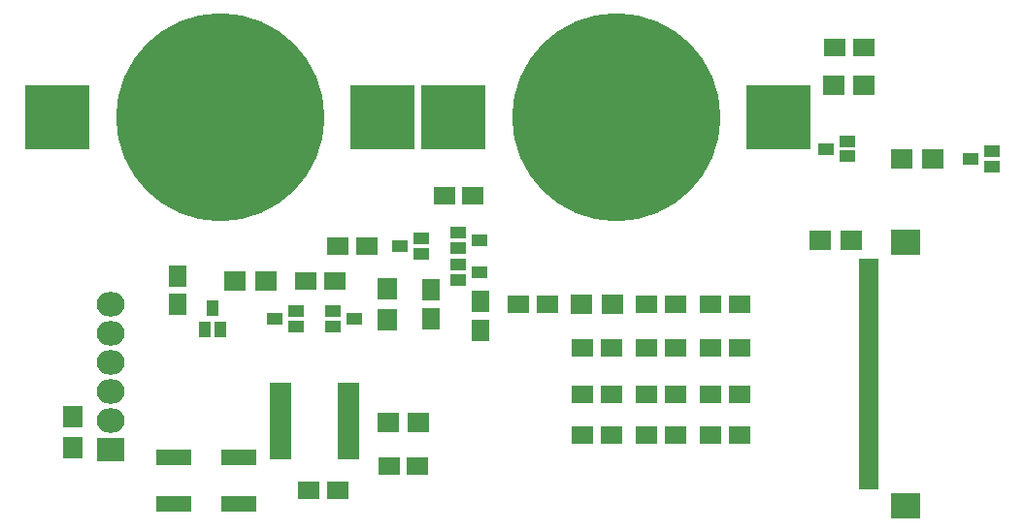
<source format=gts>
G04 #@! TF.FileFunction,Soldermask,Top*
%FSLAX46Y46*%
G04 Gerber Fmt 4.6, Leading zero omitted, Abs format (unit mm)*
G04 Created by KiCad (PCBNEW 4.0.2+e4-6225~38~ubuntu15.10.1-stable) date Fri 13 May 2016 03:38:29 PM MDT*
%MOMM*%
G01*
G04 APERTURE LIST*
%ADD10C,0.100000*%
%ADD11R,1.400760X0.999440*%
%ADD12R,2.600000X2.200000*%
%ADD13R,1.700000X0.700000*%
%ADD14R,1.900000X1.650000*%
%ADD15R,1.650000X1.900000*%
%ADD16R,2.432000X2.127200*%
%ADD17O,2.432000X2.127200*%
%ADD18R,0.999440X1.400760*%
%ADD19R,1.900000X1.700000*%
%ADD20R,1.700000X1.900000*%
%ADD21R,3.150000X1.400000*%
%ADD22R,1.850000X0.850000*%
%ADD23R,5.700000X5.700000*%
%ADD24C,18.180000*%
G04 APERTURE END LIST*
D10*
D11*
X62169040Y-53355240D03*
X62169040Y-52054760D03*
X64068960Y-52705000D03*
D12*
X101247000Y-52893000D03*
D13*
X97997000Y-73143000D03*
X97997000Y-73643000D03*
X97997000Y-74143000D03*
X97997000Y-72643000D03*
X97997000Y-72143000D03*
X97997000Y-71643000D03*
X97997000Y-71143000D03*
X97997000Y-70643000D03*
X97997000Y-70143000D03*
X97997000Y-69643000D03*
X97997000Y-69143000D03*
X97997000Y-68643000D03*
X97997000Y-68143000D03*
X97997000Y-67643000D03*
X97997000Y-67143000D03*
X97997000Y-66643000D03*
X97997000Y-66143000D03*
X97997000Y-65643000D03*
X97997000Y-65143000D03*
X97997000Y-64643000D03*
X97997000Y-64143000D03*
X97997000Y-63643000D03*
X97997000Y-63143000D03*
X97997000Y-62643000D03*
X97997000Y-62143000D03*
X97997000Y-61643000D03*
X97997000Y-61143000D03*
X97997000Y-60643000D03*
X97997000Y-60143000D03*
X97997000Y-59643000D03*
X97997000Y-59143000D03*
X97997000Y-58643000D03*
X97997000Y-58143000D03*
X97997000Y-57643000D03*
X97997000Y-57143000D03*
X97997000Y-56643000D03*
X97997000Y-56143000D03*
X97997000Y-55643000D03*
X97997000Y-55143000D03*
X97997000Y-54643000D03*
D12*
X101247000Y-75893000D03*
D14*
X51415000Y-56261000D03*
X48915000Y-56261000D03*
X54209000Y-53213000D03*
X51709000Y-53213000D03*
D15*
X59817000Y-57043000D03*
X59817000Y-59543000D03*
D14*
X95036000Y-35814000D03*
X97536000Y-35814000D03*
X75545000Y-66167000D03*
X73045000Y-66167000D03*
X86721000Y-62103000D03*
X84221000Y-62103000D03*
X81133000Y-66167000D03*
X78633000Y-66167000D03*
X81133000Y-62103000D03*
X78633000Y-62103000D03*
X69957000Y-58293000D03*
X67457000Y-58293000D03*
D15*
X64135000Y-58059000D03*
X64135000Y-60559000D03*
D14*
X63480000Y-48768000D03*
X60980000Y-48768000D03*
X86721000Y-66167000D03*
X84221000Y-66167000D03*
X75545000Y-62103000D03*
X73045000Y-62103000D03*
D15*
X37744400Y-55798400D03*
X37744400Y-58298400D03*
D14*
X86721000Y-69723000D03*
X84221000Y-69723000D03*
X75545000Y-69723000D03*
X73045000Y-69723000D03*
X86701000Y-58293000D03*
X84201000Y-58293000D03*
X81133000Y-69723000D03*
X78633000Y-69723000D03*
X81133000Y-58293000D03*
X78633000Y-58293000D03*
X49169000Y-74549000D03*
X51669000Y-74549000D03*
D11*
X58988960Y-52562760D03*
X58988960Y-53863240D03*
X57089040Y-53213000D03*
D14*
X56154000Y-72390000D03*
X58654000Y-72390000D03*
D16*
X31877000Y-70993000D03*
D17*
X31877000Y-68453000D03*
X31877000Y-65913000D03*
X31877000Y-63373000D03*
X31877000Y-60833000D03*
X31877000Y-58293000D03*
D18*
X41417240Y-60512960D03*
X40116760Y-60512960D03*
X40767000Y-58613040D03*
D11*
X48066960Y-58912760D03*
X48066960Y-60213240D03*
X46167040Y-59563000D03*
X51247040Y-60213240D03*
X51247040Y-58912760D03*
X53146960Y-59563000D03*
X108772960Y-44942760D03*
X108772960Y-46243240D03*
X106873040Y-45593000D03*
X62169040Y-56149240D03*
X62169040Y-54848760D03*
X64068960Y-55499000D03*
X96133920Y-44053760D03*
X96133920Y-45354240D03*
X94234000Y-44704000D03*
D19*
X45419000Y-56261000D03*
X42719000Y-56261000D03*
D20*
X56007000Y-56943000D03*
X56007000Y-59643000D03*
D19*
X97616000Y-39116000D03*
X94916000Y-39116000D03*
X103585000Y-45593000D03*
X100885000Y-45593000D03*
X96473000Y-52705000D03*
X93773000Y-52705000D03*
X75645000Y-58293000D03*
X72945000Y-58293000D03*
X58754000Y-68580000D03*
X56054000Y-68580000D03*
D20*
X28575000Y-68119000D03*
X28575000Y-70819000D03*
D21*
X37338000Y-75692000D03*
X43088000Y-75692000D03*
X43088000Y-71692000D03*
X37338000Y-71692000D03*
D22*
X52607000Y-71378000D03*
X52607000Y-70728000D03*
X52607000Y-70078000D03*
X52607000Y-69428000D03*
X52607000Y-68778000D03*
X52607000Y-68128000D03*
X52607000Y-67478000D03*
X52607000Y-66828000D03*
X52607000Y-66178000D03*
X52607000Y-65528000D03*
X46707000Y-65528000D03*
X46707000Y-66178000D03*
X46707000Y-66828000D03*
X46707000Y-67478000D03*
X46707000Y-68128000D03*
X46707000Y-68778000D03*
X46707000Y-69428000D03*
X46707000Y-70078000D03*
X46707000Y-70728000D03*
X46707000Y-71378000D03*
D23*
X61746000Y-41910000D03*
X90146000Y-41910000D03*
D24*
X75946000Y-41910000D03*
D23*
X27202000Y-41910000D03*
X55602000Y-41910000D03*
D24*
X41402000Y-41910000D03*
M02*

</source>
